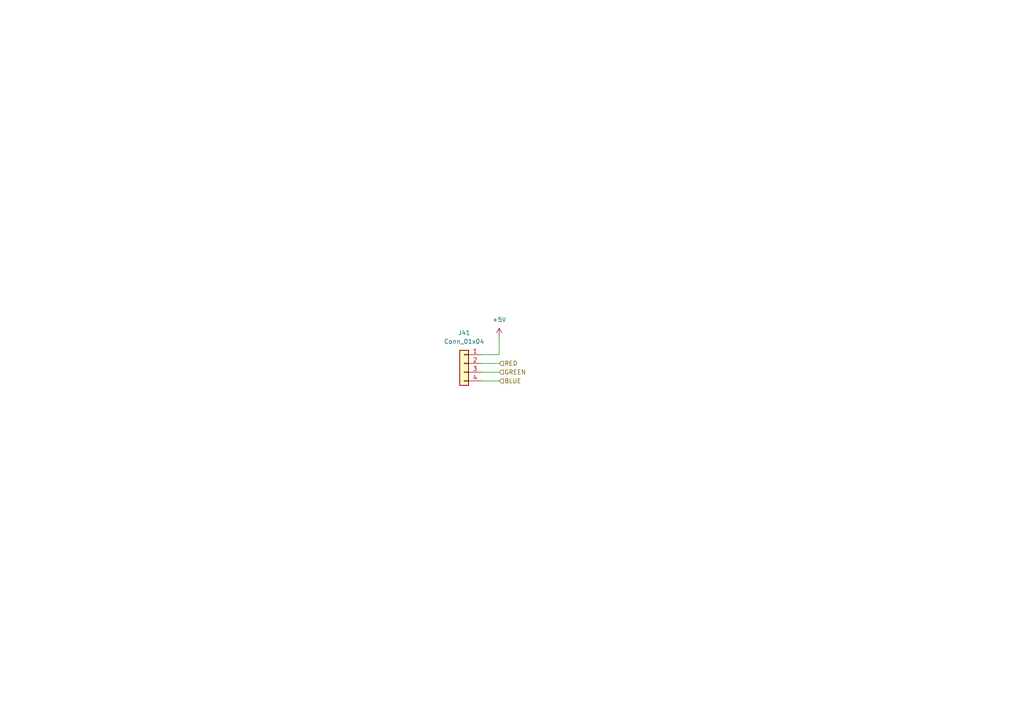
<source format=kicad_sch>
(kicad_sch (version 20230121) (generator eeschema)
  (paper "A4")
  (lib_symbols
    (symbol "Connector_Generic:Conn_01x04" (pin_names (offset 1.016) hide)
      (property "Reference" "J" (at 0 5.08 0))
      (property "Value" "Conn_01x04" (at 0 -7.62 0))
      (symbol "Conn_01x04_1_1"
        (rectangle (start -1.27 -4.953) (end 0 -5.207) (stroke (width 0.1524)))
        (rectangle (start -1.27 -2.413) (end 0 -2.667) (stroke (width 0.1524)))
        (rectangle (start -1.27 0.127) (end 0 -0.127) (stroke (width 0.1524)))
        (rectangle (start -1.27 2.667) (end 0 2.413) (stroke (width 0.1524)))
        (rectangle (start -1.27 3.81) (end 1.27 -6.35) (stroke (width 0.254)) (fill (type background)))
        (pin passive line (at -5.08 2.54 0) (length 3.81) (name "Pin_1") (number "1"))
        (pin passive line (at -5.08 0 0) (length 3.81) (name "Pin_2") (number "2"))
        (pin passive line (at -5.08 -2.54 0) (length 3.81) (name "Pin_3") (number "3"))
        (pin passive line (at -5.08 -5.08 0) (length 3.81) (name "Pin_4") (number "4"))
      )
    )
    (symbol "power:+5V" (power) (pin_names (offset 0))
      (property "Value" "+5V" (at 0 3.556 0))
      (symbol "+5V_0_1"
        (polyline (pts (xy -0.762 1.27) (xy 0 2.54)))
        (polyline (pts (xy 0 0) (xy 0 2.54)))
        (polyline (pts (xy 0 2.54) (xy 0.762 1.27)))
      )
      (symbol "+5V_1_1"
        (pin power_in line (at 0 0 90) (length 0) hide (name "+5V") (number "1"))
      )
    )
  )
  (wire (pts (xy 139.7 102.87) (xy 144.78 102.87)))
  (wire (pts (xy 139.7 110.49) (xy 144.78 110.49)))
  (wire (pts (xy 139.7 107.95) (xy 144.78 107.95)))
  (wire (pts (xy 139.7 105.41) (xy 144.78 105.41)))
  (wire (pts (xy 144.78 97.79) (xy 144.78 102.87)))
  (hierarchical_label "GREEN" (shape input) (at 144.78 107.95 0))
  (hierarchical_label "RED" (shape input) (at 144.78 105.41 0))
  (hierarchical_label "BLUE" (shape input) (at 144.78 110.49 0))
  (symbol (lib_id "power:+5V") (at 144.78 97.79 0) (unit 1)
    (property "Reference" "#PWR090" (effects hide))
    (property "Value" "+5V" (at 144.78 92.71 0))
    (instances (project "rgb-input" (path "" (reference "#PWR090") (unit 1)) (path "" (reference "#PWR072") (unit 1)) (path "" (reference "#PWR062") (unit 1)) (path "" (reference "#PWR085") (unit 1)) (path "" (reference "#PWR084") (unit 1)) (path "" (reference "#PWR064") (unit 1)) (path "" (reference "#PWR083") (unit 1)) (path "" (reference "#PWR087") (unit 1)) (path "" (reference "#PWR089") (unit 1)) (path "" (reference "#PWR060") (unit 1)) (path "" (reference "#PWR043") (unit 1)) (path "" (reference "#PWR086") (unit 1)) (path "" (reference "#PWR079") (unit 1)) (path "" (reference "#PWR0102") (unit 1)) (path "" (reference "#PWR078") (unit 1)) (path "" (reference "#PWR088") (unit 1))))
  )
  (symbol (lib_id "Connector_Generic:Conn_01x04") (at 134.62 105.41 0) (mirror y) (unit 1)
    (property "Reference" "J41" (at 134.62 96.52 0))
    (property "Value" "Conn_01x04" (at 134.62 99.06 0))
    (property "Footprint" "Connector_JST:JST_PH_B4B-PH-K_1x04_P2.00mm_Vertical" (effects hide))
    (instances (project "rgb-input" (path "" (reference "J41") (unit 1)) (path "" (reference "J33") (unit 1)) (path "" (reference "J27") (unit 1)) (path "" (reference "J36") (unit 1)) (path "" (reference "J35") (unit 1)) (path "" (reference "J31") (unit 1)) (path "" (reference "J34") (unit 1)) (path "" (reference "J38") (unit 1)) (path "" (reference "J40") (unit 1)) (path "" (reference "J26") (unit 1)) (path "" (reference "J14") (unit 1)) (path "" (reference "J37") (unit 1)) (path "" (reference "J32") (unit 1)) (path "" (reference "J20") (unit 1)) (path "" (reference "J30") (unit 1)) (path "" (reference "J39") (unit 1))))
  )
)
</source>
